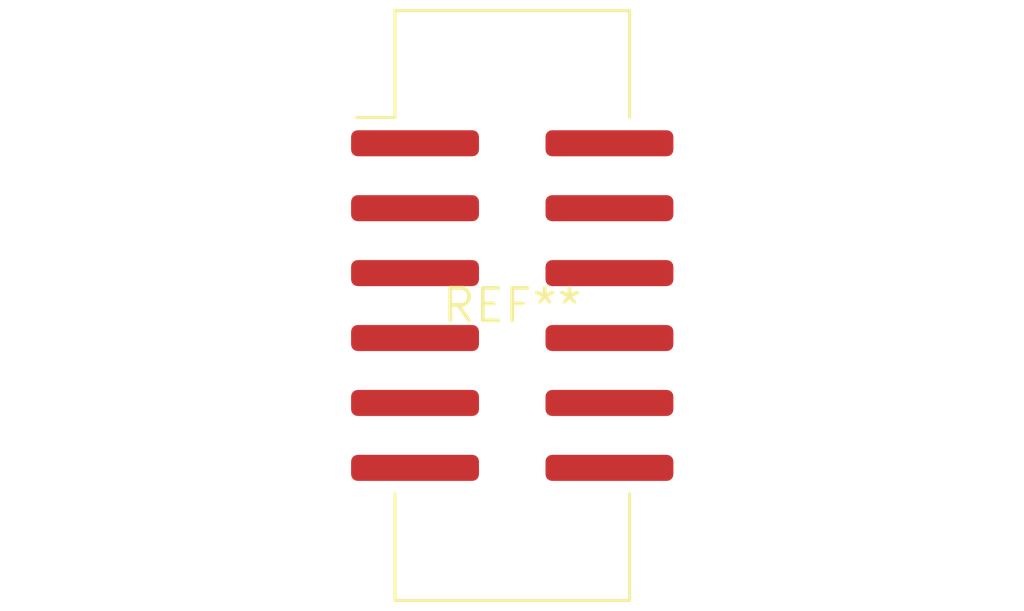
<source format=kicad_pcb>
(kicad_pcb (version 20240108) (generator pcbnew)
  (layers (0 "F.Cu" signal) (31 "B.Cu" signal) (34 "B.Paste" user) (35 "F.Paste" user) (36 "B.SilkS" user "B.Silkscreen") (37 "F.SilkS" user "F.Silkscreen") (38 "B.Mask" user) (39 "F.Mask" user) (44 "Edge.Cuts" user))
  (net 0 "")
  (footprint "IDC-Header_2x06_P2.54mm_Vertical_SMD" (layer "F.Cu") (at 0 0)
    (property "Reference" "REF**")
    (property "Value" "IDC-Header_2x06_P2.54mm_Vertical_SMD")
    (fp_line (start -4.585 -11.54) (end 4.585 -11.54) (layer "F.SilkS") (stroke (width 0.12)))
    (fp_line (start -4.585 -7.36) (end -6.085 -7.36) (layer "F.SilkS") (stroke (width 0.12)))
    (fp_line (start -4.585 -7.36) (end -4.585 -11.54) (layer "F.SilkS") (stroke (width 0.12)))
    (fp_line (start -4.585 7.36) (end -4.585 11.54) (layer "F.SilkS") (stroke (width 0.12)))
    (fp_line (start -4.585 11.54) (end 4.585 11.54) (layer "F.SilkS") (stroke (width 0.12)))
    (fp_line (start 4.585 -11.54) (end 4.585 -7.36) (layer "F.SilkS") (stroke (width 0.12)))
    (fp_line (start 4.585 11.54) (end 4.585 7.36) (layer "F.SilkS") (stroke (width 0.12)))
    (pad "1" smd roundrect (at -3.8 -6.35) (size 5 1.02) (layers "F.Cu" "F.Paste" "F.Mask"))
    (pad "2" smd roundrect (at 3.8 -6.35) (size 5 1.02) (layers "F.Cu" "F.Paste" "F.Mask"))
    (pad "3" smd roundrect (at -3.8 -3.81) (size 5 1.02) (layers "F.Cu" "F.Paste" "F.Mask"))
    (pad "4" smd roundrect (at 3.8 -3.81) (size 5 1.02) (layers "F.Cu" "F.Paste" "F.Mask"))
    (pad "5" smd roundrect (at -3.8 -1.27) (size 5 1.02) (layers "F.Cu" "F.Paste" "F.Mask"))
    (pad "6" smd roundrect (at 3.8 -1.27) (size 5 1.02) (layers "F.Cu" "F.Paste" "F.Mask"))
    (pad "7" smd roundrect (at -3.8 1.27) (size 5 1.02) (layers "F.Cu" "F.Paste" "F.Mask"))
    (pad "8" smd roundrect (at 3.8 1.27) (size 5 1.02) (layers "F.Cu" "F.Paste" "F.Mask"))
    (pad "9" smd roundrect (at -3.8 3.81) (size 5 1.02) (layers "F.Cu" "F.Paste" "F.Mask"))
    (pad "10" smd roundrect (at 3.8 3.81) (size 5 1.02) (layers "F.Cu" "F.Paste" "F.Mask"))
    (pad "11" smd roundrect (at -3.8 6.35) (size 5 1.02) (layers "F.Cu" "F.Paste" "F.Mask"))
    (pad "12" smd roundrect (at 3.8 6.35) (size 5 1.02) (layers "F.Cu" "F.Paste" "F.Mask"))
  )
)
</source>
